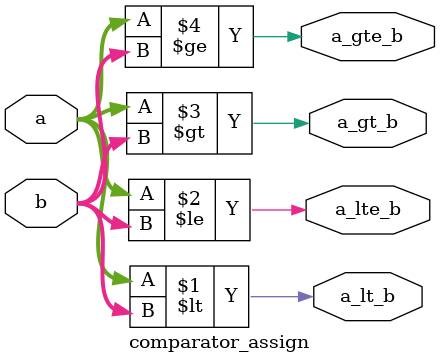
<source format=v>
module comparator_assign(a, b, a_lt_b, a_lte_b, a_gt_b, a_gte_b);
    input [3:0] a, b;
    output a_lt_b, a_gt_b, a_lte_b, a_gte_b;
    
    assign a_lt_b = a < b;
    assign a_lte_b = a <= b;
    assign a_gt_b = a > b;
    assign a_gte_b = a >= b;
endmodule
</source>
